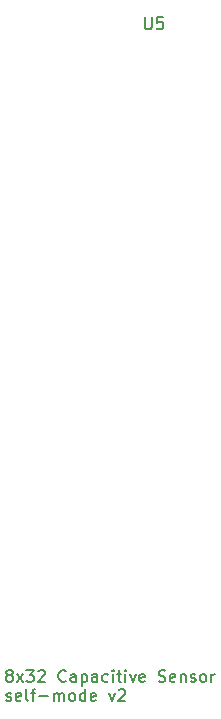
<source format=gto>
G04 #@! TF.GenerationSoftware,KiCad,Pcbnew,6.0.8+dfsg-1~bpo11+1*
G04 #@! TF.CreationDate,2023-08-01T08:47:41-04:00*
G04 #@! TF.ProjectId,14_8x32_self_capacitance,31345f38-7833-4325-9f73-656c665f6361,rev?*
G04 #@! TF.SameCoordinates,Original*
G04 #@! TF.FileFunction,Legend,Top*
G04 #@! TF.FilePolarity,Positive*
%FSLAX46Y46*%
G04 Gerber Fmt 4.6, Leading zero omitted, Abs format (unit mm)*
G04 Created by KiCad (PCBNEW 6.0.8+dfsg-1~bpo11+1) date 2023-08-01 08:47:41*
%MOMM*%
%LPD*%
G01*
G04 APERTURE LIST*
G04 Aperture macros list*
%AMFreePoly0*
4,1,13,2.417426,2.592426,2.435000,2.550000,2.435000,-2.450000,2.417426,-2.492426,2.375000,-2.510000,-2.625000,-2.510000,-2.667426,-2.492426,-2.685000,-2.450000,-2.685000,2.550000,-2.667426,2.592426,-2.625000,2.610000,2.375000,2.610000,2.417426,2.592426,2.417426,2.592426,$1*%
G04 Aperture macros list end*
%ADD10C,0.150000*%
%ADD11C,0.050000*%
%ADD12FreePoly0,0.000000*%
G04 APERTURE END LIST*
D10*
X62253452Y-108650952D02*
X62158214Y-108603333D01*
X62110595Y-108555714D01*
X62062976Y-108460476D01*
X62062976Y-108412857D01*
X62110595Y-108317619D01*
X62158214Y-108270000D01*
X62253452Y-108222380D01*
X62443928Y-108222380D01*
X62539166Y-108270000D01*
X62586785Y-108317619D01*
X62634404Y-108412857D01*
X62634404Y-108460476D01*
X62586785Y-108555714D01*
X62539166Y-108603333D01*
X62443928Y-108650952D01*
X62253452Y-108650952D01*
X62158214Y-108698571D01*
X62110595Y-108746190D01*
X62062976Y-108841428D01*
X62062976Y-109031904D01*
X62110595Y-109127142D01*
X62158214Y-109174761D01*
X62253452Y-109222380D01*
X62443928Y-109222380D01*
X62539166Y-109174761D01*
X62586785Y-109127142D01*
X62634404Y-109031904D01*
X62634404Y-108841428D01*
X62586785Y-108746190D01*
X62539166Y-108698571D01*
X62443928Y-108650952D01*
X62967738Y-109222380D02*
X63491547Y-108555714D01*
X62967738Y-108555714D02*
X63491547Y-109222380D01*
X63777261Y-108222380D02*
X64396309Y-108222380D01*
X64062976Y-108603333D01*
X64205833Y-108603333D01*
X64301071Y-108650952D01*
X64348690Y-108698571D01*
X64396309Y-108793809D01*
X64396309Y-109031904D01*
X64348690Y-109127142D01*
X64301071Y-109174761D01*
X64205833Y-109222380D01*
X63920119Y-109222380D01*
X63824880Y-109174761D01*
X63777261Y-109127142D01*
X64777261Y-108317619D02*
X64824880Y-108270000D01*
X64920119Y-108222380D01*
X65158214Y-108222380D01*
X65253452Y-108270000D01*
X65301071Y-108317619D01*
X65348690Y-108412857D01*
X65348690Y-108508095D01*
X65301071Y-108650952D01*
X64729642Y-109222380D01*
X65348690Y-109222380D01*
X67110595Y-109127142D02*
X67062976Y-109174761D01*
X66920119Y-109222380D01*
X66824880Y-109222380D01*
X66682023Y-109174761D01*
X66586785Y-109079523D01*
X66539166Y-108984285D01*
X66491547Y-108793809D01*
X66491547Y-108650952D01*
X66539166Y-108460476D01*
X66586785Y-108365238D01*
X66682023Y-108270000D01*
X66824880Y-108222380D01*
X66920119Y-108222380D01*
X67062976Y-108270000D01*
X67110595Y-108317619D01*
X67967738Y-109222380D02*
X67967738Y-108698571D01*
X67920119Y-108603333D01*
X67824880Y-108555714D01*
X67634404Y-108555714D01*
X67539166Y-108603333D01*
X67967738Y-109174761D02*
X67872500Y-109222380D01*
X67634404Y-109222380D01*
X67539166Y-109174761D01*
X67491547Y-109079523D01*
X67491547Y-108984285D01*
X67539166Y-108889047D01*
X67634404Y-108841428D01*
X67872500Y-108841428D01*
X67967738Y-108793809D01*
X68443928Y-108555714D02*
X68443928Y-109555714D01*
X68443928Y-108603333D02*
X68539166Y-108555714D01*
X68729642Y-108555714D01*
X68824880Y-108603333D01*
X68872500Y-108650952D01*
X68920119Y-108746190D01*
X68920119Y-109031904D01*
X68872500Y-109127142D01*
X68824880Y-109174761D01*
X68729642Y-109222380D01*
X68539166Y-109222380D01*
X68443928Y-109174761D01*
X69777261Y-109222380D02*
X69777261Y-108698571D01*
X69729642Y-108603333D01*
X69634404Y-108555714D01*
X69443928Y-108555714D01*
X69348690Y-108603333D01*
X69777261Y-109174761D02*
X69682023Y-109222380D01*
X69443928Y-109222380D01*
X69348690Y-109174761D01*
X69301071Y-109079523D01*
X69301071Y-108984285D01*
X69348690Y-108889047D01*
X69443928Y-108841428D01*
X69682023Y-108841428D01*
X69777261Y-108793809D01*
X70682023Y-109174761D02*
X70586785Y-109222380D01*
X70396309Y-109222380D01*
X70301071Y-109174761D01*
X70253452Y-109127142D01*
X70205833Y-109031904D01*
X70205833Y-108746190D01*
X70253452Y-108650952D01*
X70301071Y-108603333D01*
X70396309Y-108555714D01*
X70586785Y-108555714D01*
X70682023Y-108603333D01*
X71110595Y-109222380D02*
X71110595Y-108555714D01*
X71110595Y-108222380D02*
X71062976Y-108270000D01*
X71110595Y-108317619D01*
X71158214Y-108270000D01*
X71110595Y-108222380D01*
X71110595Y-108317619D01*
X71443928Y-108555714D02*
X71824880Y-108555714D01*
X71586785Y-108222380D02*
X71586785Y-109079523D01*
X71634404Y-109174761D01*
X71729642Y-109222380D01*
X71824880Y-109222380D01*
X72158214Y-109222380D02*
X72158214Y-108555714D01*
X72158214Y-108222380D02*
X72110595Y-108270000D01*
X72158214Y-108317619D01*
X72205833Y-108270000D01*
X72158214Y-108222380D01*
X72158214Y-108317619D01*
X72539166Y-108555714D02*
X72777261Y-109222380D01*
X73015357Y-108555714D01*
X73777261Y-109174761D02*
X73682023Y-109222380D01*
X73491547Y-109222380D01*
X73396309Y-109174761D01*
X73348690Y-109079523D01*
X73348690Y-108698571D01*
X73396309Y-108603333D01*
X73491547Y-108555714D01*
X73682023Y-108555714D01*
X73777261Y-108603333D01*
X73824880Y-108698571D01*
X73824880Y-108793809D01*
X73348690Y-108889047D01*
X74967738Y-109174761D02*
X75110595Y-109222380D01*
X75348690Y-109222380D01*
X75443928Y-109174761D01*
X75491547Y-109127142D01*
X75539166Y-109031904D01*
X75539166Y-108936666D01*
X75491547Y-108841428D01*
X75443928Y-108793809D01*
X75348690Y-108746190D01*
X75158214Y-108698571D01*
X75062976Y-108650952D01*
X75015357Y-108603333D01*
X74967738Y-108508095D01*
X74967738Y-108412857D01*
X75015357Y-108317619D01*
X75062976Y-108270000D01*
X75158214Y-108222380D01*
X75396309Y-108222380D01*
X75539166Y-108270000D01*
X76348690Y-109174761D02*
X76253452Y-109222380D01*
X76062976Y-109222380D01*
X75967738Y-109174761D01*
X75920119Y-109079523D01*
X75920119Y-108698571D01*
X75967738Y-108603333D01*
X76062976Y-108555714D01*
X76253452Y-108555714D01*
X76348690Y-108603333D01*
X76396309Y-108698571D01*
X76396309Y-108793809D01*
X75920119Y-108889047D01*
X76824880Y-108555714D02*
X76824880Y-109222380D01*
X76824880Y-108650952D02*
X76872500Y-108603333D01*
X76967738Y-108555714D01*
X77110595Y-108555714D01*
X77205833Y-108603333D01*
X77253452Y-108698571D01*
X77253452Y-109222380D01*
X77682023Y-109174761D02*
X77777261Y-109222380D01*
X77967738Y-109222380D01*
X78062976Y-109174761D01*
X78110595Y-109079523D01*
X78110595Y-109031904D01*
X78062976Y-108936666D01*
X77967738Y-108889047D01*
X77824880Y-108889047D01*
X77729642Y-108841428D01*
X77682023Y-108746190D01*
X77682023Y-108698571D01*
X77729642Y-108603333D01*
X77824880Y-108555714D01*
X77967738Y-108555714D01*
X78062976Y-108603333D01*
X78682023Y-109222380D02*
X78586785Y-109174761D01*
X78539166Y-109127142D01*
X78491547Y-109031904D01*
X78491547Y-108746190D01*
X78539166Y-108650952D01*
X78586785Y-108603333D01*
X78682023Y-108555714D01*
X78824880Y-108555714D01*
X78920119Y-108603333D01*
X78967738Y-108650952D01*
X79015357Y-108746190D01*
X79015357Y-109031904D01*
X78967738Y-109127142D01*
X78920119Y-109174761D01*
X78824880Y-109222380D01*
X78682023Y-109222380D01*
X79443928Y-109222380D02*
X79443928Y-108555714D01*
X79443928Y-108746190D02*
X79491547Y-108650952D01*
X79539166Y-108603333D01*
X79634404Y-108555714D01*
X79729642Y-108555714D01*
X62062976Y-110784761D02*
X62158214Y-110832380D01*
X62348690Y-110832380D01*
X62443928Y-110784761D01*
X62491547Y-110689523D01*
X62491547Y-110641904D01*
X62443928Y-110546666D01*
X62348690Y-110499047D01*
X62205833Y-110499047D01*
X62110595Y-110451428D01*
X62062976Y-110356190D01*
X62062976Y-110308571D01*
X62110595Y-110213333D01*
X62205833Y-110165714D01*
X62348690Y-110165714D01*
X62443928Y-110213333D01*
X63301071Y-110784761D02*
X63205833Y-110832380D01*
X63015357Y-110832380D01*
X62920119Y-110784761D01*
X62872500Y-110689523D01*
X62872500Y-110308571D01*
X62920119Y-110213333D01*
X63015357Y-110165714D01*
X63205833Y-110165714D01*
X63301071Y-110213333D01*
X63348690Y-110308571D01*
X63348690Y-110403809D01*
X62872500Y-110499047D01*
X63920119Y-110832380D02*
X63824880Y-110784761D01*
X63777261Y-110689523D01*
X63777261Y-109832380D01*
X64158214Y-110165714D02*
X64539166Y-110165714D01*
X64301071Y-110832380D02*
X64301071Y-109975238D01*
X64348690Y-109880000D01*
X64443928Y-109832380D01*
X64539166Y-109832380D01*
X64872500Y-110451428D02*
X65634404Y-110451428D01*
X66110595Y-110832380D02*
X66110595Y-110165714D01*
X66110595Y-110260952D02*
X66158214Y-110213333D01*
X66253452Y-110165714D01*
X66396309Y-110165714D01*
X66491547Y-110213333D01*
X66539166Y-110308571D01*
X66539166Y-110832380D01*
X66539166Y-110308571D02*
X66586785Y-110213333D01*
X66682023Y-110165714D01*
X66824880Y-110165714D01*
X66920119Y-110213333D01*
X66967738Y-110308571D01*
X66967738Y-110832380D01*
X67586785Y-110832380D02*
X67491547Y-110784761D01*
X67443928Y-110737142D01*
X67396309Y-110641904D01*
X67396309Y-110356190D01*
X67443928Y-110260952D01*
X67491547Y-110213333D01*
X67586785Y-110165714D01*
X67729642Y-110165714D01*
X67824880Y-110213333D01*
X67872500Y-110260952D01*
X67920119Y-110356190D01*
X67920119Y-110641904D01*
X67872500Y-110737142D01*
X67824880Y-110784761D01*
X67729642Y-110832380D01*
X67586785Y-110832380D01*
X68777261Y-110832380D02*
X68777261Y-109832380D01*
X68777261Y-110784761D02*
X68682023Y-110832380D01*
X68491547Y-110832380D01*
X68396309Y-110784761D01*
X68348690Y-110737142D01*
X68301071Y-110641904D01*
X68301071Y-110356190D01*
X68348690Y-110260952D01*
X68396309Y-110213333D01*
X68491547Y-110165714D01*
X68682023Y-110165714D01*
X68777261Y-110213333D01*
X69634404Y-110784761D02*
X69539166Y-110832380D01*
X69348690Y-110832380D01*
X69253452Y-110784761D01*
X69205833Y-110689523D01*
X69205833Y-110308571D01*
X69253452Y-110213333D01*
X69348690Y-110165714D01*
X69539166Y-110165714D01*
X69634404Y-110213333D01*
X69682023Y-110308571D01*
X69682023Y-110403809D01*
X69205833Y-110499047D01*
X70777261Y-110165714D02*
X71015357Y-110832380D01*
X71253452Y-110165714D01*
X71586785Y-109927619D02*
X71634404Y-109880000D01*
X71729642Y-109832380D01*
X71967738Y-109832380D01*
X72062976Y-109880000D01*
X72110595Y-109927619D01*
X72158214Y-110022857D01*
X72158214Y-110118095D01*
X72110595Y-110260952D01*
X71539166Y-110832380D01*
X72158214Y-110832380D01*
X73813095Y-52952380D02*
X73813095Y-53761904D01*
X73860714Y-53857142D01*
X73908333Y-53904761D01*
X74003571Y-53952380D01*
X74194047Y-53952380D01*
X74289285Y-53904761D01*
X74336904Y-53857142D01*
X74384523Y-53761904D01*
X74384523Y-52952380D01*
X75336904Y-52952380D02*
X74860714Y-52952380D01*
X74813095Y-53428571D01*
X74860714Y-53380952D01*
X74955952Y-53333333D01*
X75194047Y-53333333D01*
X75289285Y-53380952D01*
X75336904Y-53428571D01*
X75384523Y-53523809D01*
X75384523Y-53761904D01*
X75336904Y-53857142D01*
X75289285Y-53904761D01*
X75194047Y-53952380D01*
X74955952Y-53952380D01*
X74860714Y-53904761D01*
X74813095Y-53857142D01*
%LPC*%
D11*
X68200000Y-56600000D02*
X260200000Y-56600000D01*
X260200000Y-56600000D02*
X260200000Y-104600000D01*
X260200000Y-104600000D02*
X68200000Y-104600000D01*
X68200000Y-104600000D02*
X68200000Y-56600000D01*
G36*
X68200000Y-56600000D02*
G01*
X260200000Y-56600000D01*
X260200000Y-104600000D01*
X68200000Y-104600000D01*
X68200000Y-56600000D01*
G37*
D12*
X71325000Y-59650000D03*
X71325000Y-65650000D03*
X71325000Y-71650000D03*
X71325000Y-77650000D03*
X71325000Y-83650000D03*
X71325000Y-89650000D03*
X71325000Y-95650000D03*
X71325000Y-101650000D03*
X77325000Y-59650000D03*
X77325000Y-65650000D03*
X77325000Y-71650000D03*
X77325000Y-77650000D03*
X77325000Y-83650000D03*
X77325000Y-89650000D03*
X77325000Y-95650000D03*
X77325000Y-101650000D03*
X83325000Y-59650000D03*
X83325000Y-65650000D03*
X83325000Y-71650000D03*
X83325000Y-77650000D03*
X83325000Y-83650000D03*
X83325000Y-89650000D03*
X83325000Y-95650000D03*
X83325000Y-101650000D03*
X89325000Y-59650000D03*
X89325000Y-65650000D03*
X89325000Y-71650000D03*
X89325000Y-77650000D03*
X89325000Y-83650000D03*
X89325000Y-89650000D03*
X89325000Y-95650000D03*
X89325000Y-101650000D03*
X95325000Y-59650000D03*
X95325000Y-65650000D03*
X95325000Y-71650000D03*
X95325000Y-77650000D03*
X95325000Y-83650000D03*
X95325000Y-89650000D03*
X95325000Y-95650000D03*
X95325000Y-101650000D03*
X101325000Y-59650000D03*
X101325000Y-65650000D03*
X101325000Y-71650000D03*
X101325000Y-77650000D03*
X101325000Y-83650000D03*
X101325000Y-89650000D03*
X101325000Y-95650000D03*
X101325000Y-101650000D03*
X107325000Y-59650000D03*
X107325000Y-65650000D03*
X107325000Y-71650000D03*
X107325000Y-77650000D03*
X107325000Y-83650000D03*
X107325000Y-89650000D03*
X107325000Y-95650000D03*
X107325000Y-101650000D03*
X113325000Y-59650000D03*
X113325000Y-65650000D03*
X113325000Y-71650000D03*
X113325000Y-77650000D03*
X113325000Y-83650000D03*
X113325000Y-89650000D03*
X113325000Y-95650000D03*
X113325000Y-101650000D03*
X119325000Y-59650000D03*
X119325000Y-65650000D03*
X119325000Y-71650000D03*
X119325000Y-77650000D03*
X119325000Y-83650000D03*
X119325000Y-89650000D03*
X119325000Y-95650000D03*
X119325000Y-101650000D03*
X125325000Y-59650000D03*
X125325000Y-65650000D03*
X125325000Y-71650000D03*
X125325000Y-77650000D03*
X125325000Y-83650000D03*
X125325000Y-89650000D03*
X125325000Y-95650000D03*
X125325000Y-101650000D03*
X131325000Y-59650000D03*
X131325000Y-65650000D03*
X131325000Y-71650000D03*
X131325000Y-77650000D03*
X131325000Y-83650000D03*
X131325000Y-89650000D03*
X131325000Y-95650000D03*
X131325000Y-101650000D03*
X137325000Y-59650000D03*
X137325000Y-65650000D03*
X137325000Y-71650000D03*
X137325000Y-77650000D03*
X137325000Y-83650000D03*
X137325000Y-89650000D03*
X137325000Y-95650000D03*
X137325000Y-101650000D03*
X143325000Y-59650000D03*
X143325000Y-65650000D03*
X143325000Y-71650000D03*
X143325000Y-77650000D03*
X143325000Y-83650000D03*
X143325000Y-89650000D03*
X143325000Y-95650000D03*
X143325000Y-101650000D03*
X149325000Y-59650000D03*
X149325000Y-65650000D03*
X149325000Y-71650000D03*
X149325000Y-77650000D03*
X149325000Y-83650000D03*
X149325000Y-89650000D03*
X149325000Y-95650000D03*
X149325000Y-101650000D03*
X155325000Y-59650000D03*
X155325000Y-65650000D03*
X155325000Y-71650000D03*
X155325000Y-77650000D03*
X155325000Y-83650000D03*
X155325000Y-89650000D03*
X155325000Y-95650000D03*
X155325000Y-101650000D03*
X161325000Y-59650000D03*
X161325000Y-65650000D03*
X161325000Y-71650000D03*
X161325000Y-77650000D03*
X161325000Y-83650000D03*
X161325000Y-89650000D03*
X161325000Y-95650000D03*
X161325000Y-101650000D03*
X167325000Y-59650000D03*
X167325000Y-65650000D03*
X167325000Y-71650000D03*
X167325000Y-77650000D03*
X167325000Y-83650000D03*
X167325000Y-89650000D03*
X167325000Y-95650000D03*
X167325000Y-101650000D03*
X173325000Y-59650000D03*
X173325000Y-65650000D03*
X173325000Y-71650000D03*
X173325000Y-77650000D03*
X173325000Y-83650000D03*
X173325000Y-89650000D03*
X173325000Y-95650000D03*
X173325000Y-101650000D03*
X179325000Y-59650000D03*
X179325000Y-65650000D03*
X179325000Y-71650000D03*
X179325000Y-77650000D03*
X179325000Y-83650000D03*
X179325000Y-89650000D03*
X179325000Y-95650000D03*
X179325000Y-101650000D03*
X185325000Y-59650000D03*
X185325000Y-65650000D03*
X185325000Y-71650000D03*
X185325000Y-77650000D03*
X185325000Y-83650000D03*
X185325000Y-89650000D03*
X185325000Y-95650000D03*
X185325000Y-101650000D03*
X191325000Y-59650000D03*
X191325000Y-65650000D03*
X191325000Y-71650000D03*
X191325000Y-77650000D03*
X191325000Y-83650000D03*
X191325000Y-89650000D03*
X191325000Y-95650000D03*
X191325000Y-101650000D03*
X197325000Y-59650000D03*
X197325000Y-65650000D03*
X197325000Y-71650000D03*
X197325000Y-77650000D03*
X197325000Y-83650000D03*
X197325000Y-89650000D03*
X197325000Y-95650000D03*
X197325000Y-101650000D03*
X203325000Y-59650000D03*
X203325000Y-65650000D03*
X203325000Y-71650000D03*
X203325000Y-77650000D03*
X203325000Y-83650000D03*
X203325000Y-89650000D03*
X203325000Y-95650000D03*
X203325000Y-101650000D03*
X209325000Y-59650000D03*
X209325000Y-65650000D03*
X209325000Y-71650000D03*
X209325000Y-77650000D03*
X209325000Y-83650000D03*
X209325000Y-89650000D03*
X209325000Y-95650000D03*
X209325000Y-101650000D03*
X215325000Y-59650000D03*
X215325000Y-65650000D03*
X215325000Y-71650000D03*
X215325000Y-77650000D03*
X215325000Y-83650000D03*
X215325000Y-89650000D03*
X215325000Y-95650000D03*
X215325000Y-101650000D03*
X221325000Y-59650000D03*
X221325000Y-65650000D03*
X221325000Y-71650000D03*
X221325000Y-77650000D03*
X221325000Y-83650000D03*
X221325000Y-89650000D03*
X221325000Y-95650000D03*
X221325000Y-101650000D03*
X227325000Y-59650000D03*
X227325000Y-65650000D03*
X227325000Y-71650000D03*
X227325000Y-77650000D03*
X227325000Y-83650000D03*
X227325000Y-89650000D03*
X227325000Y-95650000D03*
X227325000Y-101650000D03*
X233325000Y-59650000D03*
X233325000Y-65650000D03*
X233325000Y-71650000D03*
X233325000Y-77650000D03*
X233325000Y-83650000D03*
X233325000Y-89650000D03*
X233325000Y-95650000D03*
X233325000Y-101650000D03*
X239325000Y-59650000D03*
X239325000Y-65650000D03*
X239325000Y-71650000D03*
X239325000Y-77650000D03*
X239325000Y-83650000D03*
X239325000Y-89650000D03*
X239325000Y-95650000D03*
X239325000Y-101650000D03*
X245325000Y-59650000D03*
X245325000Y-65650000D03*
X245325000Y-71650000D03*
X245325000Y-77650000D03*
X245325000Y-83650000D03*
X245325000Y-89650000D03*
X245325000Y-95650000D03*
X245325000Y-101650000D03*
X251325000Y-59650000D03*
X251325000Y-65650000D03*
X251325000Y-71650000D03*
X251325000Y-77650000D03*
X251325000Y-83650000D03*
X251325000Y-89650000D03*
X251325000Y-95650000D03*
X251325000Y-101650000D03*
X257325000Y-59650000D03*
X257325000Y-65650000D03*
X257325000Y-71650000D03*
X257325000Y-77650000D03*
X257325000Y-83650000D03*
X257325000Y-89650000D03*
X257325000Y-95650000D03*
X257325000Y-101650000D03*
M02*

</source>
